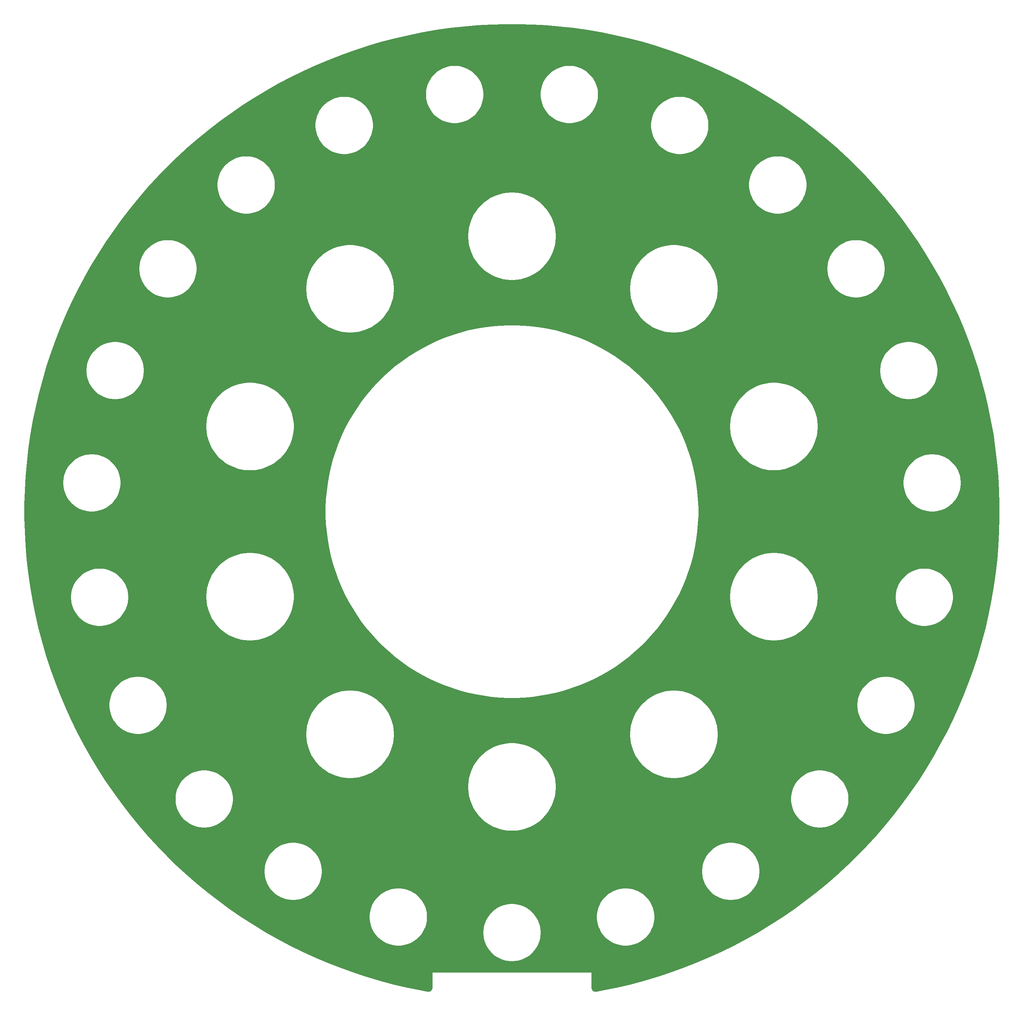
<source format=gtl>
G04*
G04 #@! TF.GenerationSoftware,Altium Limited,Altium Designer,19.0.15 (446)*
G04*
G04 Layer_Physical_Order=1*
G04 Layer_Color=255*
%FSLAX25Y25*%
%MOIN*%
G70*
G01*
G75*
G36*
X489743Y958490D02*
X503518Y958097D01*
X517276Y957311D01*
X531006Y956132D01*
X544697Y954563D01*
X558337Y952603D01*
X571916Y950255D01*
X585423Y947520D01*
X598845Y944401D01*
X612174Y940900D01*
X625397Y937020D01*
X638504Y932765D01*
X651484Y928137D01*
X664327Y923141D01*
X677022Y917780D01*
X689559Y912060D01*
X701928Y905984D01*
X714118Y899557D01*
X726120Y892785D01*
X737923Y885674D01*
X749519Y878228D01*
X760898Y870455D01*
X772050Y862360D01*
X782967Y853950D01*
X793640Y845232D01*
X804059Y836213D01*
X814216Y826901D01*
X824104Y817302D01*
X833714Y807425D01*
X843038Y797278D01*
X852069Y786869D01*
X860799Y776207D01*
X869221Y765300D01*
X877329Y754156D01*
X885115Y742787D01*
X892574Y731199D01*
X899699Y719404D01*
X906484Y707409D01*
X912925Y695227D01*
X919015Y682865D01*
X924750Y670334D01*
X930125Y657646D01*
X935136Y644808D01*
X939778Y631833D01*
X944049Y618731D01*
X947943Y605513D01*
X951459Y592188D01*
X954594Y578769D01*
X957344Y565266D01*
X959707Y551689D01*
X961683Y538051D01*
X963268Y524362D01*
X964462Y510634D01*
X965264Y496876D01*
X965673Y483102D01*
X965689Y469322D01*
X965311Y455546D01*
X964540Y441787D01*
X963378Y428056D01*
X961823Y414363D01*
X959879Y400721D01*
X957547Y387139D01*
X954827Y373630D01*
X951723Y360203D01*
X948238Y346871D01*
X944373Y333644D01*
X940133Y320532D01*
X935520Y307546D01*
X930538Y294698D01*
X925192Y281996D01*
X919486Y269453D01*
X913424Y257078D01*
X907011Y244880D01*
X900253Y232871D01*
X893155Y221059D01*
X885722Y209454D01*
X877962Y198067D01*
X869880Y186905D01*
X861482Y175979D01*
X852777Y165296D01*
X843769Y154867D01*
X834469Y144699D01*
X824881Y134800D01*
X815015Y125179D01*
X804879Y115843D01*
X794480Y106801D01*
X783828Y98058D01*
X772930Y89624D01*
X761796Y81504D01*
X750435Y73704D01*
X738856Y66233D01*
X727069Y59094D01*
X715082Y52295D01*
X702907Y45841D01*
X690552Y39736D01*
X678028Y33987D01*
X665345Y28598D01*
X652514Y23572D01*
X639544Y18915D01*
X626447Y14630D01*
X613233Y10720D01*
X599913Y7189D01*
X586497Y4039D01*
X572997Y1274D01*
X566210Y84D01*
X565785Y10D01*
X564924Y48D01*
X564092Y272D01*
X563328Y670D01*
X562668Y1225D01*
X562144Y1908D01*
X561779Y2690D01*
X561593Y3531D01*
X561593Y3962D01*
Y18983D01*
X404113D01*
Y3962D01*
Y3531D01*
X403926Y2690D01*
X403562Y1908D01*
X403038Y1225D01*
X402378Y670D01*
X401614Y272D01*
X400781Y48D01*
X399966Y12D01*
X399496Y84D01*
X399496Y84D01*
X392709Y1274D01*
X379209Y4039D01*
X365793Y7189D01*
X352473Y10720D01*
X339259Y14630D01*
X326162Y18915D01*
X313192Y23572D01*
X300360Y28598D01*
X287678Y33987D01*
X275154Y39736D01*
X262799Y45841D01*
X250623Y52295D01*
X238637Y59094D01*
X226850Y66233D01*
X215271Y73704D01*
X203910Y81504D01*
X192776Y89624D01*
X181878Y98058D01*
X171226Y106801D01*
X160827Y115843D01*
X150691Y125179D01*
X140825Y134800D01*
X131237Y144699D01*
X121936Y154867D01*
X112929Y165296D01*
X104224Y175979D01*
X95826Y186905D01*
X87744Y198067D01*
X79984Y209454D01*
X72551Y221059D01*
X65453Y232871D01*
X58695Y244880D01*
X52282Y257078D01*
X46220Y269453D01*
X40514Y281996D01*
X35168Y294698D01*
X30186Y307546D01*
X25573Y320532D01*
X21333Y333644D01*
X17468Y346871D01*
X13982Y360203D01*
X10879Y373630D01*
X8159Y387139D01*
X5827Y400721D01*
X3882Y414363D01*
X2328Y428056D01*
X1166Y441787D01*
X395Y455546D01*
X17Y469322D01*
X33Y483102D01*
X442Y496876D01*
X1244Y510634D01*
X2438Y524362D01*
X4023Y538051D01*
X5999Y551689D01*
X8362Y565266D01*
X11112Y578769D01*
X14246Y592188D01*
X17763Y605513D01*
X21657Y618731D01*
X25927Y631833D01*
X30570Y644808D01*
X35581Y657646D01*
X40956Y670334D01*
X46691Y682865D01*
X52781Y695227D01*
X59222Y707409D01*
X66007Y719404D01*
X73132Y731199D01*
X80591Y742787D01*
X88377Y754156D01*
X96485Y765300D01*
X104907Y776207D01*
X113637Y786869D01*
X122668Y797278D01*
X131992Y807425D01*
X141602Y817302D01*
X151489Y826901D01*
X161647Y836213D01*
X172066Y845232D01*
X182739Y853950D01*
X193656Y862360D01*
X204808Y870455D01*
X216187Y878228D01*
X227783Y885674D01*
X239586Y892785D01*
X251588Y899557D01*
X263778Y905984D01*
X276147Y912060D01*
X288684Y917780D01*
X301379Y923141D01*
X314222Y928137D01*
X327202Y932765D01*
X340309Y937020D01*
X353532Y940900D01*
X366860Y944401D01*
X380283Y947520D01*
X393790Y950255D01*
X407369Y952603D01*
X421009Y954563D01*
X434700Y956132D01*
X448430Y957311D01*
X462188Y958097D01*
X475963Y958490D01*
X489743Y958490D01*
D02*
G37*
%LPC*%
G36*
X541033Y917164D02*
X538247D01*
X535476Y916891D01*
X532744Y916347D01*
X530079Y915539D01*
X527506Y914473D01*
X525050Y913160D01*
X522734Y911613D01*
X520581Y909846D01*
X518612Y907877D01*
X516845Y905724D01*
X515298Y903408D01*
X513985Y900952D01*
X512919Y898379D01*
X512111Y895714D01*
X511567Y892982D01*
X511295Y890211D01*
Y887426D01*
X511567Y884654D01*
X512111Y881923D01*
X512919Y879257D01*
X513985Y876684D01*
X515298Y874228D01*
X516845Y871912D01*
X518612Y869760D01*
X520581Y867790D01*
X522734Y866024D01*
X525050Y864476D01*
X527506Y863163D01*
X530079Y862098D01*
X532744Y861289D01*
X535476Y860746D01*
X538247Y860473D01*
X541033D01*
X543804Y860746D01*
X546536Y861289D01*
X549201Y862098D01*
X551774Y863163D01*
X554230Y864476D01*
X556546Y866024D01*
X558699Y867790D01*
X560668Y869760D01*
X562435Y871912D01*
X563982Y874228D01*
X565295Y876684D01*
X566361Y879257D01*
X567169Y881923D01*
X567712Y884654D01*
X567985Y887426D01*
Y890211D01*
X567712Y892982D01*
X567169Y895714D01*
X566361Y898379D01*
X565295Y900952D01*
X563982Y903408D01*
X562435Y905724D01*
X560668Y907877D01*
X558699Y909846D01*
X556546Y911613D01*
X554230Y913160D01*
X551774Y914473D01*
X549201Y915539D01*
X546536Y916347D01*
X543804Y916891D01*
X541033Y917164D01*
D02*
G37*
G36*
X427458D02*
X424673D01*
X421902Y916891D01*
X419170Y916347D01*
X416505Y915539D01*
X413932Y914473D01*
X411476Y913160D01*
X409160Y911613D01*
X407007Y909846D01*
X405038Y907877D01*
X403271Y905724D01*
X401724Y903408D01*
X400411Y900952D01*
X399345Y898379D01*
X398537Y895714D01*
X397994Y892982D01*
X397721Y890211D01*
Y887426D01*
X397994Y884654D01*
X398537Y881923D01*
X399345Y879257D01*
X400411Y876684D01*
X401724Y874228D01*
X403271Y871912D01*
X405038Y869760D01*
X407007Y867790D01*
X409160Y866024D01*
X411476Y864476D01*
X413932Y863163D01*
X416505Y862098D01*
X419170Y861289D01*
X421902Y860746D01*
X424673Y860473D01*
X427458D01*
X430230Y860746D01*
X432962Y861289D01*
X435627Y862098D01*
X438200Y863163D01*
X440656Y864476D01*
X442972Y866024D01*
X445124Y867790D01*
X447094Y869760D01*
X448861Y871912D01*
X450408Y874228D01*
X451721Y876684D01*
X452787Y879257D01*
X453595Y881923D01*
X454138Y884654D01*
X454411Y887426D01*
Y890211D01*
X454138Y892982D01*
X453595Y895714D01*
X452787Y898379D01*
X451721Y900952D01*
X450408Y903408D01*
X448861Y905724D01*
X447094Y907877D01*
X445124Y909846D01*
X442972Y911613D01*
X440656Y913160D01*
X438200Y914473D01*
X435627Y915539D01*
X432962Y916347D01*
X430230Y916891D01*
X427458Y917164D01*
D02*
G37*
G36*
X650395Y886522D02*
X647610D01*
X644838Y886249D01*
X642107Y885705D01*
X639441Y884897D01*
X636868Y883831D01*
X634412Y882518D01*
X632097Y880971D01*
X629944Y879204D01*
X627974Y877235D01*
X626208Y875082D01*
X624660Y872766D01*
X623347Y870310D01*
X622282Y867737D01*
X621473Y865072D01*
X620930Y862340D01*
X620657Y859569D01*
Y856784D01*
X620930Y854012D01*
X621473Y851281D01*
X622282Y848615D01*
X623347Y846043D01*
X624660Y843586D01*
X626208Y841271D01*
X627974Y839118D01*
X629944Y837148D01*
X632097Y835382D01*
X634412Y833834D01*
X636868Y832522D01*
X639441Y831456D01*
X642107Y830647D01*
X644838Y830104D01*
X647610Y829831D01*
X650395D01*
X653166Y830104D01*
X655898Y830647D01*
X658563Y831456D01*
X661136Y832522D01*
X663592Y833834D01*
X665908Y835382D01*
X668061Y837148D01*
X670030Y839118D01*
X671797Y841271D01*
X673344Y843586D01*
X674657Y846043D01*
X675723Y848615D01*
X676531Y851281D01*
X677075Y854012D01*
X677348Y856784D01*
Y859569D01*
X677075Y862340D01*
X676531Y865072D01*
X675723Y867737D01*
X674657Y870310D01*
X673344Y872766D01*
X671797Y875082D01*
X670030Y877235D01*
X668061Y879204D01*
X665908Y880971D01*
X663592Y882518D01*
X661136Y883831D01*
X658563Y884897D01*
X655898Y885705D01*
X653166Y886249D01*
X650395Y886522D01*
D02*
G37*
G36*
X318096D02*
X315311D01*
X312540Y886249D01*
X309808Y885705D01*
X307143Y884897D01*
X304570Y883831D01*
X302114Y882518D01*
X299798Y880971D01*
X297645Y879204D01*
X295676Y877235D01*
X293909Y875082D01*
X292362Y872766D01*
X291049Y870310D01*
X289983Y867737D01*
X289175Y865072D01*
X288631Y862340D01*
X288358Y859569D01*
Y856784D01*
X288631Y854012D01*
X289175Y851281D01*
X289983Y848615D01*
X291049Y846043D01*
X292362Y843586D01*
X293909Y841271D01*
X295676Y839118D01*
X297645Y837148D01*
X299798Y835382D01*
X302114Y833834D01*
X304570Y832522D01*
X307143Y831456D01*
X309808Y830647D01*
X312540Y830104D01*
X315311Y829831D01*
X318096D01*
X320868Y830104D01*
X323599Y830647D01*
X326264Y831456D01*
X328837Y832522D01*
X331294Y833834D01*
X333609Y835382D01*
X335762Y837148D01*
X337732Y839118D01*
X339498Y841271D01*
X341046Y843586D01*
X342358Y846043D01*
X343424Y848615D01*
X344233Y851281D01*
X344776Y854012D01*
X345049Y856784D01*
Y859569D01*
X344776Y862340D01*
X344233Y865072D01*
X343424Y867737D01*
X342358Y870310D01*
X341046Y872766D01*
X339498Y875082D01*
X337732Y877235D01*
X335762Y879204D01*
X333609Y880971D01*
X331294Y882518D01*
X328837Y883831D01*
X326264Y884897D01*
X323599Y885705D01*
X320868Y886249D01*
X318096Y886522D01*
D02*
G37*
G36*
X747435Y827511D02*
X744650D01*
X741878Y827238D01*
X739146Y826694D01*
X736481Y825886D01*
X733908Y824820D01*
X731452Y823507D01*
X729136Y821960D01*
X726983Y820193D01*
X725014Y818224D01*
X723247Y816071D01*
X721700Y813755D01*
X720387Y811299D01*
X719321Y808726D01*
X718513Y806061D01*
X717970Y803329D01*
X717697Y800558D01*
Y797773D01*
X717970Y795001D01*
X718513Y792269D01*
X719321Y789604D01*
X720387Y787031D01*
X721700Y784575D01*
X723247Y782259D01*
X725014Y780106D01*
X726983Y778137D01*
X729136Y776370D01*
X731452Y774823D01*
X733908Y773510D01*
X736481Y772444D01*
X739146Y771636D01*
X741878Y771093D01*
X744650Y770820D01*
X747435D01*
X750206Y771093D01*
X752938Y771636D01*
X755603Y772444D01*
X758176Y773510D01*
X760632Y774823D01*
X762948Y776370D01*
X765101Y778137D01*
X767070Y780106D01*
X768837Y782259D01*
X770384Y784575D01*
X771697Y787031D01*
X772763Y789604D01*
X773571Y792269D01*
X774115Y795001D01*
X774388Y797773D01*
Y800558D01*
X774115Y803329D01*
X773571Y806061D01*
X772763Y808726D01*
X771697Y811299D01*
X770384Y813755D01*
X768837Y816071D01*
X767070Y818224D01*
X765101Y820193D01*
X762948Y821960D01*
X760632Y823507D01*
X758176Y824820D01*
X755603Y825886D01*
X752938Y826694D01*
X750206Y827238D01*
X747435Y827511D01*
D02*
G37*
G36*
X221056D02*
X218271D01*
X215500Y827238D01*
X212768Y826694D01*
X210103Y825886D01*
X207530Y824820D01*
X205074Y823507D01*
X202758Y821960D01*
X200605Y820193D01*
X198636Y818224D01*
X196869Y816071D01*
X195322Y813755D01*
X194009Y811299D01*
X192943Y808726D01*
X192135Y806061D01*
X191591Y803329D01*
X191318Y800558D01*
Y797773D01*
X191591Y795001D01*
X192135Y792269D01*
X192943Y789604D01*
X194009Y787031D01*
X195322Y784575D01*
X196869Y782259D01*
X198636Y780106D01*
X200605Y778137D01*
X202758Y776370D01*
X205074Y774823D01*
X207530Y773510D01*
X210103Y772444D01*
X212768Y771636D01*
X215500Y771093D01*
X218271Y770820D01*
X221056D01*
X223828Y771093D01*
X226559Y771636D01*
X229225Y772444D01*
X231798Y773510D01*
X234254Y774823D01*
X236569Y776370D01*
X238722Y778137D01*
X240692Y780106D01*
X242459Y782259D01*
X244006Y784575D01*
X245319Y787031D01*
X246384Y789604D01*
X247193Y792269D01*
X247736Y795001D01*
X248009Y797773D01*
Y800558D01*
X247736Y803329D01*
X247193Y806061D01*
X246384Y808726D01*
X245319Y811299D01*
X244006Y813755D01*
X242459Y816071D01*
X240692Y818224D01*
X238722Y820193D01*
X236569Y821960D01*
X234254Y823507D01*
X231798Y824820D01*
X229225Y825886D01*
X226559Y826694D01*
X223828Y827238D01*
X221056Y827511D01*
D02*
G37*
G36*
X484556Y791742D02*
X481150D01*
X477755Y791475D01*
X474391Y790942D01*
X471079Y790147D01*
X467840Y789095D01*
X464693Y787791D01*
X461658Y786245D01*
X458754Y784466D01*
X455999Y782464D01*
X453409Y780252D01*
X451001Y777843D01*
X448789Y775253D01*
X446787Y772498D01*
X445007Y769594D01*
X443461Y766559D01*
X442158Y763413D01*
X441105Y760174D01*
X440310Y756862D01*
X439778Y753498D01*
X439510Y750103D01*
Y746697D01*
X439778Y743301D01*
X440310Y739937D01*
X441105Y736626D01*
X442158Y733386D01*
X443461Y730240D01*
X445007Y727205D01*
X446787Y724301D01*
X448789Y721546D01*
X451001Y718956D01*
X453409Y716547D01*
X455999Y714336D01*
X458754Y712334D01*
X461658Y710554D01*
X464693Y709008D01*
X467840Y707704D01*
X471079Y706652D01*
X474391Y705857D01*
X477755Y705324D01*
X481150Y705057D01*
X484556D01*
X487951Y705324D01*
X491315Y705857D01*
X494627Y706652D01*
X497866Y707704D01*
X501013Y709008D01*
X504047Y710554D01*
X506952Y712334D01*
X509707Y714336D01*
X512297Y716547D01*
X514705Y718956D01*
X516917Y721546D01*
X518919Y724301D01*
X520698Y727205D01*
X522245Y730240D01*
X523548Y733386D01*
X524601Y736626D01*
X525396Y739937D01*
X525928Y743301D01*
X526196Y746697D01*
Y750103D01*
X525928Y753498D01*
X525396Y756862D01*
X524601Y760174D01*
X523548Y763413D01*
X522245Y766559D01*
X520698Y769594D01*
X518919Y772498D01*
X516917Y775253D01*
X514705Y777843D01*
X512297Y780252D01*
X509707Y782464D01*
X506952Y784466D01*
X504047Y786245D01*
X501013Y787791D01*
X497866Y789095D01*
X494627Y790147D01*
X491315Y790942D01*
X487951Y791475D01*
X484556Y791742D01*
D02*
G37*
G36*
X824955Y744507D02*
X822170D01*
X819398Y744234D01*
X816667Y743690D01*
X814002Y742882D01*
X811429Y741816D01*
X808972Y740503D01*
X806657Y738956D01*
X804504Y737189D01*
X802534Y735220D01*
X800768Y733067D01*
X799220Y730751D01*
X797907Y728295D01*
X796842Y725722D01*
X796033Y723057D01*
X795490Y720325D01*
X795217Y717554D01*
Y714769D01*
X795490Y711997D01*
X796033Y709266D01*
X796842Y706600D01*
X797907Y704027D01*
X799220Y701571D01*
X800768Y699255D01*
X802534Y697103D01*
X804504Y695133D01*
X806657Y693366D01*
X808972Y691819D01*
X811429Y690506D01*
X814002Y689440D01*
X816667Y688632D01*
X819398Y688089D01*
X822170Y687816D01*
X824955D01*
X827726Y688089D01*
X830458Y688632D01*
X833123Y689440D01*
X835696Y690506D01*
X838152Y691819D01*
X840468Y693366D01*
X842621Y695133D01*
X844590Y697103D01*
X846357Y699255D01*
X847904Y701571D01*
X849217Y704027D01*
X850283Y706600D01*
X851091Y709266D01*
X851635Y711997D01*
X851908Y714769D01*
Y717554D01*
X851635Y720325D01*
X851091Y723057D01*
X850283Y725722D01*
X849217Y728295D01*
X847904Y730751D01*
X846357Y733067D01*
X844590Y735220D01*
X842621Y737189D01*
X840468Y738956D01*
X838152Y740503D01*
X835696Y741816D01*
X833123Y742882D01*
X830458Y743690D01*
X827726Y744234D01*
X824955Y744507D01*
D02*
G37*
G36*
X143536D02*
X140751D01*
X137979Y744234D01*
X135248Y743690D01*
X132583Y742882D01*
X130010Y741816D01*
X127553Y740503D01*
X125238Y738956D01*
X123085Y737189D01*
X121116Y735220D01*
X119349Y733067D01*
X117802Y730751D01*
X116489Y728295D01*
X115423Y725722D01*
X114614Y723057D01*
X114071Y720325D01*
X113798Y717554D01*
Y714769D01*
X114071Y711997D01*
X114614Y709266D01*
X115423Y706600D01*
X116489Y704027D01*
X117802Y701571D01*
X119349Y699255D01*
X121116Y697103D01*
X123085Y695133D01*
X125238Y693366D01*
X127553Y691819D01*
X130010Y690506D01*
X132583Y689440D01*
X135248Y688632D01*
X137979Y688089D01*
X140751Y687816D01*
X143536D01*
X146308Y688089D01*
X149039Y688632D01*
X151704Y689440D01*
X154277Y690506D01*
X156734Y691819D01*
X159049Y693366D01*
X161202Y695133D01*
X163171Y697103D01*
X164938Y699255D01*
X166486Y701571D01*
X167798Y704027D01*
X168864Y706600D01*
X169673Y709266D01*
X170216Y711997D01*
X170489Y714769D01*
Y717554D01*
X170216Y720325D01*
X169673Y723057D01*
X168864Y725722D01*
X167798Y728295D01*
X166486Y730751D01*
X164938Y733067D01*
X163171Y735220D01*
X161202Y737189D01*
X159049Y738956D01*
X156734Y740503D01*
X154277Y741816D01*
X151704Y742882D01*
X149039Y743690D01*
X146308Y744234D01*
X143536Y744507D01*
D02*
G37*
G36*
X644867Y739654D02*
X641461D01*
X638066Y739387D01*
X634702Y738854D01*
X631390Y738059D01*
X628151Y737007D01*
X625004Y735703D01*
X621970Y734157D01*
X619066Y732377D01*
X616310Y730375D01*
X613720Y728163D01*
X611312Y725755D01*
X609100Y723165D01*
X607098Y720410D01*
X605318Y717506D01*
X603772Y714471D01*
X602469Y711325D01*
X601416Y708085D01*
X600621Y704774D01*
X600089Y701410D01*
X599821Y698014D01*
Y694608D01*
X600089Y691213D01*
X600621Y687849D01*
X601416Y684537D01*
X602469Y681298D01*
X603772Y678152D01*
X605318Y675117D01*
X607098Y672213D01*
X609100Y669457D01*
X611312Y666868D01*
X613720Y664459D01*
X616310Y662247D01*
X619066Y660245D01*
X621970Y658466D01*
X625004Y656920D01*
X628151Y655616D01*
X631390Y654564D01*
X634702Y653769D01*
X638066Y653236D01*
X641461Y652969D01*
X644867D01*
X648262Y653236D01*
X651626Y653769D01*
X654938Y654564D01*
X658177Y655616D01*
X661324Y656920D01*
X664359Y658466D01*
X667263Y660245D01*
X670018Y662247D01*
X672608Y664459D01*
X675016Y666868D01*
X677228Y669457D01*
X679230Y672213D01*
X681009Y675117D01*
X682556Y678152D01*
X683859Y681298D01*
X684912Y684537D01*
X685707Y687849D01*
X686239Y691213D01*
X686507Y694608D01*
Y698014D01*
X686239Y701410D01*
X685707Y704774D01*
X684912Y708085D01*
X683859Y711325D01*
X682556Y714471D01*
X681009Y717506D01*
X679230Y720410D01*
X677228Y723165D01*
X675016Y725755D01*
X672608Y728163D01*
X670018Y730375D01*
X667263Y732377D01*
X664359Y734157D01*
X661324Y735703D01*
X658177Y737007D01*
X654938Y738059D01*
X651626Y738854D01*
X648262Y739387D01*
X644867Y739654D01*
D02*
G37*
G36*
X324245D02*
X320839D01*
X317444Y739387D01*
X314080Y738854D01*
X310768Y738059D01*
X307529Y737007D01*
X304382Y735703D01*
X301347Y734157D01*
X298443Y732377D01*
X295688Y730375D01*
X293098Y728163D01*
X290690Y725755D01*
X288478Y723165D01*
X286476Y720410D01*
X284696Y717506D01*
X283150Y714471D01*
X281847Y711325D01*
X280794Y708085D01*
X279999Y704774D01*
X279466Y701410D01*
X279199Y698014D01*
Y694608D01*
X279466Y691213D01*
X279999Y687849D01*
X280794Y684537D01*
X281847Y681298D01*
X283150Y678152D01*
X284696Y675117D01*
X286476Y672213D01*
X288478Y669457D01*
X290690Y666868D01*
X293098Y664459D01*
X295688Y662247D01*
X298443Y660245D01*
X301347Y658466D01*
X304382Y656920D01*
X307529Y655616D01*
X310768Y654564D01*
X314080Y653769D01*
X317444Y653236D01*
X320839Y652969D01*
X324245D01*
X327640Y653236D01*
X331004Y653769D01*
X334316Y654564D01*
X337555Y655616D01*
X340702Y656920D01*
X343736Y658466D01*
X346640Y660245D01*
X349396Y662247D01*
X351986Y664459D01*
X354394Y666868D01*
X356606Y669457D01*
X358608Y672213D01*
X360387Y675117D01*
X361934Y678152D01*
X363237Y681298D01*
X364289Y684537D01*
X365085Y687849D01*
X365617Y691213D01*
X365885Y694608D01*
Y698014D01*
X365617Y701410D01*
X365085Y704774D01*
X364289Y708085D01*
X363237Y711325D01*
X361934Y714471D01*
X360387Y717506D01*
X358608Y720410D01*
X356606Y723165D01*
X354394Y725755D01*
X351986Y728163D01*
X349396Y730375D01*
X346640Y732377D01*
X343736Y734157D01*
X340702Y735703D01*
X337555Y737007D01*
X334316Y738059D01*
X331004Y738854D01*
X327640Y739387D01*
X324245Y739654D01*
D02*
G37*
G36*
X877206Y643666D02*
X874421D01*
X871650Y643393D01*
X868918Y642850D01*
X866253Y642041D01*
X863680Y640975D01*
X861224Y639663D01*
X858908Y638115D01*
X856755Y636348D01*
X854786Y634379D01*
X853019Y632226D01*
X851472Y629911D01*
X850159Y627454D01*
X849093Y624881D01*
X848285Y622216D01*
X847741Y619485D01*
X847468Y616713D01*
Y613928D01*
X847741Y611156D01*
X848285Y608425D01*
X849093Y605760D01*
X850159Y603187D01*
X851472Y600731D01*
X853019Y598415D01*
X854786Y596262D01*
X856755Y594293D01*
X858908Y592526D01*
X861224Y590978D01*
X863680Y589666D01*
X866253Y588600D01*
X868918Y587791D01*
X871650Y587248D01*
X874421Y586975D01*
X877206D01*
X879978Y587248D01*
X882709Y587791D01*
X885375Y588600D01*
X887948Y589666D01*
X890404Y590978D01*
X892719Y592526D01*
X894872Y594293D01*
X896842Y596262D01*
X898608Y598415D01*
X900156Y600731D01*
X901469Y603187D01*
X902534Y605760D01*
X903343Y608425D01*
X903886Y611156D01*
X904159Y613928D01*
Y616713D01*
X903886Y619485D01*
X903343Y622216D01*
X902534Y624881D01*
X901469Y627454D01*
X900156Y629911D01*
X898608Y632226D01*
X896842Y634379D01*
X894872Y636348D01*
X892719Y638115D01*
X890404Y639663D01*
X887948Y640975D01*
X885375Y642041D01*
X882709Y642850D01*
X879978Y643393D01*
X877206Y643666D01*
D02*
G37*
G36*
X91285D02*
X88500D01*
X85728Y643393D01*
X82996Y642850D01*
X80331Y642041D01*
X77758Y640975D01*
X75302Y639663D01*
X72986Y638115D01*
X70834Y636348D01*
X68864Y634379D01*
X67097Y632226D01*
X65550Y629911D01*
X64237Y627454D01*
X63171Y624881D01*
X62363Y622216D01*
X61820Y619485D01*
X61547Y616713D01*
Y613928D01*
X61820Y611156D01*
X62363Y608425D01*
X63171Y605760D01*
X64237Y603187D01*
X65550Y600731D01*
X67097Y598415D01*
X68864Y596262D01*
X70834Y594293D01*
X72986Y592526D01*
X75302Y590978D01*
X77758Y589666D01*
X80331Y588600D01*
X82996Y587791D01*
X85728Y587248D01*
X88500Y586975D01*
X91285D01*
X94056Y587248D01*
X96788Y587791D01*
X99453Y588600D01*
X102026Y589666D01*
X104482Y590978D01*
X106798Y592526D01*
X108951Y594293D01*
X110920Y596262D01*
X112687Y598415D01*
X114234Y600731D01*
X115547Y603187D01*
X116613Y605760D01*
X117421Y608425D01*
X117965Y611156D01*
X118237Y613928D01*
Y616713D01*
X117965Y619485D01*
X117421Y622216D01*
X116613Y624881D01*
X115547Y627454D01*
X114234Y629911D01*
X112687Y632226D01*
X110920Y634379D01*
X108951Y636348D01*
X106798Y638115D01*
X104482Y639663D01*
X102026Y640975D01*
X99453Y642041D01*
X96788Y642850D01*
X94056Y643393D01*
X91285Y643666D01*
D02*
G37*
G36*
X743945Y603285D02*
X740539D01*
X737143Y603018D01*
X733779Y602485D01*
X730468Y601690D01*
X727228Y600638D01*
X724082Y599334D01*
X721047Y597788D01*
X718143Y596009D01*
X715388Y594007D01*
X712798Y591795D01*
X710390Y589386D01*
X708178Y586797D01*
X706176Y584041D01*
X704396Y581137D01*
X702850Y578102D01*
X701546Y574956D01*
X700494Y571717D01*
X699699Y568405D01*
X699166Y565041D01*
X698899Y561646D01*
Y558240D01*
X699166Y554844D01*
X699699Y551480D01*
X700494Y548169D01*
X701546Y544929D01*
X702850Y541783D01*
X704396Y538748D01*
X706176Y535844D01*
X708178Y533089D01*
X710390Y530499D01*
X712798Y528091D01*
X715388Y525879D01*
X718143Y523877D01*
X721047Y522097D01*
X724082Y520551D01*
X727228Y519247D01*
X730468Y518195D01*
X733779Y517400D01*
X737143Y516867D01*
X740539Y516600D01*
X743945D01*
X747340Y516867D01*
X750704Y517400D01*
X754016Y518195D01*
X757255Y519247D01*
X760401Y520551D01*
X763436Y522097D01*
X766340Y523877D01*
X769096Y525879D01*
X771685Y528091D01*
X774094Y530499D01*
X776306Y533089D01*
X778308Y535844D01*
X780087Y538748D01*
X781633Y541783D01*
X782937Y544929D01*
X783989Y548169D01*
X784784Y551480D01*
X785317Y554844D01*
X785584Y558240D01*
Y561646D01*
X785317Y565041D01*
X784784Y568405D01*
X783989Y571717D01*
X782937Y574956D01*
X781633Y578102D01*
X780087Y581137D01*
X778308Y584041D01*
X776306Y586797D01*
X774094Y589386D01*
X771685Y591795D01*
X769096Y594007D01*
X766340Y596009D01*
X763436Y597788D01*
X760401Y599334D01*
X757255Y600638D01*
X754016Y601690D01*
X750704Y602485D01*
X747340Y603018D01*
X743945Y603285D01*
D02*
G37*
G36*
X225167D02*
X221761D01*
X218366Y603018D01*
X215002Y602485D01*
X211690Y601690D01*
X208451Y600638D01*
X205304Y599334D01*
X202270Y597788D01*
X199366Y596009D01*
X196610Y594007D01*
X194020Y591795D01*
X191612Y589386D01*
X189400Y586797D01*
X187398Y584041D01*
X185619Y581137D01*
X184072Y578102D01*
X182769Y574956D01*
X181717Y571717D01*
X180922Y568405D01*
X180389Y565041D01*
X180122Y561646D01*
Y558240D01*
X180389Y554844D01*
X180922Y551480D01*
X181717Y548169D01*
X182769Y544929D01*
X184072Y541783D01*
X185619Y538748D01*
X187398Y535844D01*
X189400Y533089D01*
X191612Y530499D01*
X194020Y528091D01*
X196610Y525879D01*
X199366Y523877D01*
X202270Y522097D01*
X205304Y520551D01*
X208451Y519247D01*
X211690Y518195D01*
X215002Y517400D01*
X218366Y516867D01*
X221761Y516600D01*
X225167D01*
X228563Y516867D01*
X231926Y517400D01*
X235238Y518195D01*
X238477Y519247D01*
X241624Y520551D01*
X244659Y522097D01*
X247563Y523877D01*
X250318Y525879D01*
X252908Y528091D01*
X255316Y530499D01*
X257528Y533089D01*
X259530Y535844D01*
X261310Y538748D01*
X262856Y541783D01*
X264159Y544929D01*
X265212Y548169D01*
X266007Y551480D01*
X266540Y554844D01*
X266807Y558240D01*
Y561646D01*
X266540Y565041D01*
X266007Y568405D01*
X265212Y571717D01*
X264159Y574956D01*
X262856Y578102D01*
X261310Y581137D01*
X259530Y584041D01*
X257528Y586797D01*
X255316Y589386D01*
X252908Y591795D01*
X250318Y594007D01*
X247563Y596009D01*
X244659Y597788D01*
X241624Y599334D01*
X238477Y600638D01*
X235238Y601690D01*
X231926Y602485D01*
X228563Y603018D01*
X225167Y603285D01*
D02*
G37*
G36*
X900314Y532467D02*
X897529D01*
X894757Y532194D01*
X892025Y531651D01*
X889360Y530843D01*
X886787Y529777D01*
X884331Y528464D01*
X882015Y526917D01*
X879862Y525150D01*
X877893Y523181D01*
X876126Y521028D01*
X874579Y518712D01*
X873266Y516256D01*
X872200Y513683D01*
X871392Y511018D01*
X870849Y508286D01*
X870576Y505514D01*
Y502730D01*
X870849Y499958D01*
X871392Y497226D01*
X872200Y494561D01*
X873266Y491988D01*
X874579Y489532D01*
X876126Y487216D01*
X877893Y485064D01*
X879862Y483094D01*
X882015Y481327D01*
X884331Y479780D01*
X886787Y478467D01*
X889360Y477401D01*
X892025Y476593D01*
X894757Y476050D01*
X897529Y475777D01*
X900314D01*
X903085Y476050D01*
X905817Y476593D01*
X908482Y477401D01*
X911055Y478467D01*
X913511Y479780D01*
X915827Y481327D01*
X917980Y483094D01*
X919949Y485064D01*
X921716Y487216D01*
X923263Y489532D01*
X924576Y491988D01*
X925642Y494561D01*
X926450Y497226D01*
X926993Y499958D01*
X927267Y502730D01*
Y505514D01*
X926993Y508286D01*
X926450Y511018D01*
X925642Y513683D01*
X924576Y516256D01*
X923263Y518712D01*
X921716Y521028D01*
X919949Y523181D01*
X917980Y525150D01*
X915827Y526917D01*
X913511Y528464D01*
X911055Y529777D01*
X908482Y530843D01*
X905817Y531651D01*
X903085Y532194D01*
X900314Y532467D01*
D02*
G37*
G36*
X68177D02*
X65392D01*
X62621Y532194D01*
X59889Y531651D01*
X57224Y530843D01*
X54651Y529777D01*
X52195Y528464D01*
X49879Y526917D01*
X47726Y525150D01*
X45757Y523181D01*
X43990Y521028D01*
X42443Y518712D01*
X41130Y516256D01*
X40064Y513683D01*
X39256Y511018D01*
X38712Y508286D01*
X38439Y505514D01*
Y502730D01*
X38712Y499958D01*
X39256Y497226D01*
X40064Y494561D01*
X41130Y491988D01*
X42443Y489532D01*
X43990Y487216D01*
X45757Y485064D01*
X47726Y483094D01*
X49879Y481327D01*
X52195Y479780D01*
X54651Y478467D01*
X57224Y477401D01*
X59889Y476593D01*
X62621Y476050D01*
X65392Y475777D01*
X68177D01*
X70949Y476050D01*
X73681Y476593D01*
X76346Y477401D01*
X78919Y478467D01*
X81375Y479780D01*
X83691Y481327D01*
X85843Y483094D01*
X87813Y485064D01*
X89579Y487216D01*
X91127Y489532D01*
X92440Y491988D01*
X93505Y494561D01*
X94314Y497226D01*
X94857Y499958D01*
X95130Y502730D01*
Y505514D01*
X94857Y508286D01*
X94314Y511018D01*
X93505Y513683D01*
X92440Y516256D01*
X91127Y518712D01*
X89579Y521028D01*
X87813Y523181D01*
X85843Y525150D01*
X83691Y526917D01*
X81375Y528464D01*
X78919Y529777D01*
X76346Y530843D01*
X73681Y531651D01*
X70949Y532194D01*
X68177Y532467D01*
D02*
G37*
G36*
X892563Y419158D02*
X889778D01*
X887006Y418885D01*
X884275Y418342D01*
X881610Y417533D01*
X879037Y416468D01*
X876581Y415155D01*
X874265Y413608D01*
X872112Y411841D01*
X870143Y409871D01*
X868376Y407719D01*
X866829Y405403D01*
X865516Y402947D01*
X864450Y400374D01*
X863641Y397709D01*
X863098Y394977D01*
X862825Y392205D01*
Y389420D01*
X863098Y386649D01*
X863641Y383917D01*
X864450Y381252D01*
X865516Y378679D01*
X866829Y376223D01*
X868376Y373907D01*
X870143Y371754D01*
X872112Y369785D01*
X874265Y368018D01*
X876581Y366471D01*
X879037Y365158D01*
X881610Y364092D01*
X884275Y363284D01*
X887006Y362740D01*
X889778Y362467D01*
X892563D01*
X895335Y362740D01*
X898066Y363284D01*
X900731Y364092D01*
X903304Y365158D01*
X905760Y366471D01*
X908076Y368018D01*
X910229Y369785D01*
X912198Y371754D01*
X913965Y373907D01*
X915512Y376223D01*
X916825Y378679D01*
X917891Y381252D01*
X918700Y383917D01*
X919243Y386649D01*
X919516Y389420D01*
Y392205D01*
X919243Y394977D01*
X918700Y397709D01*
X917891Y400374D01*
X916825Y402947D01*
X915512Y405403D01*
X913965Y407719D01*
X912198Y409871D01*
X910229Y411841D01*
X908076Y413608D01*
X905760Y415155D01*
X903304Y416468D01*
X900731Y417533D01*
X898066Y418342D01*
X895335Y418885D01*
X892563Y419158D01*
D02*
G37*
G36*
X75928D02*
X73143D01*
X70371Y418885D01*
X67640Y418342D01*
X64975Y417533D01*
X62401Y416468D01*
X59945Y415155D01*
X57630Y413608D01*
X55477Y411841D01*
X53508Y409871D01*
X51741Y407719D01*
X50193Y405403D01*
X48880Y402947D01*
X47815Y400374D01*
X47006Y397709D01*
X46463Y394977D01*
X46190Y392205D01*
Y389420D01*
X46463Y386649D01*
X47006Y383917D01*
X47815Y381252D01*
X48880Y378679D01*
X50193Y376223D01*
X51741Y373907D01*
X53508Y371754D01*
X55477Y369785D01*
X57630Y368018D01*
X59945Y366471D01*
X62401Y365158D01*
X64975Y364092D01*
X67640Y363284D01*
X70371Y362740D01*
X73143Y362467D01*
X75928D01*
X78699Y362740D01*
X81431Y363284D01*
X84096Y364092D01*
X86669Y365158D01*
X89125Y366471D01*
X91441Y368018D01*
X93594Y369785D01*
X95563Y371754D01*
X97330Y373907D01*
X98877Y376223D01*
X100190Y378679D01*
X101256Y381252D01*
X102065Y383917D01*
X102608Y386649D01*
X102881Y389420D01*
Y392205D01*
X102608Y394977D01*
X102065Y397709D01*
X101256Y400374D01*
X100190Y402947D01*
X98877Y405403D01*
X97330Y407719D01*
X95563Y409871D01*
X93594Y411841D01*
X91441Y413608D01*
X89125Y415155D01*
X86669Y416468D01*
X84096Y417533D01*
X81431Y418342D01*
X78699Y418885D01*
X75928Y419158D01*
D02*
G37*
G36*
X743945Y434724D02*
X740539D01*
X737143Y434457D01*
X733779Y433924D01*
X730468Y433129D01*
X727228Y432077D01*
X724082Y430773D01*
X721047Y429227D01*
X718143Y427448D01*
X715388Y425446D01*
X712798Y423234D01*
X710390Y420825D01*
X708178Y418236D01*
X706176Y415480D01*
X704396Y412576D01*
X702850Y409542D01*
X701546Y406395D01*
X700494Y403156D01*
X699699Y399844D01*
X699166Y396480D01*
X698899Y393085D01*
Y389679D01*
X699166Y386283D01*
X699699Y382919D01*
X700494Y379608D01*
X701546Y376368D01*
X702850Y373222D01*
X704396Y370187D01*
X706176Y367283D01*
X708178Y364528D01*
X710390Y361938D01*
X712798Y359530D01*
X715388Y357318D01*
X718143Y355316D01*
X721047Y353536D01*
X724082Y351990D01*
X727228Y350687D01*
X730468Y349634D01*
X733779Y348839D01*
X737143Y348306D01*
X740539Y348039D01*
X743945D01*
X747340Y348306D01*
X750704Y348839D01*
X754016Y349634D01*
X757255Y350687D01*
X760401Y351990D01*
X763436Y353536D01*
X766340Y355316D01*
X769096Y357318D01*
X771685Y359530D01*
X774094Y361938D01*
X776306Y364528D01*
X778308Y367283D01*
X780087Y370187D01*
X781633Y373222D01*
X782937Y376368D01*
X783989Y379608D01*
X784784Y382919D01*
X785317Y386283D01*
X785584Y389679D01*
Y393085D01*
X785317Y396480D01*
X784784Y399844D01*
X783989Y403156D01*
X782937Y406395D01*
X781633Y409542D01*
X780087Y412576D01*
X778308Y415480D01*
X776306Y418236D01*
X774094Y420825D01*
X771685Y423234D01*
X769096Y425446D01*
X766340Y427448D01*
X763436Y429227D01*
X760401Y430773D01*
X757255Y432077D01*
X754016Y433129D01*
X750704Y433924D01*
X747340Y434457D01*
X743945Y434724D01*
D02*
G37*
G36*
X225167D02*
X221761D01*
X218366Y434457D01*
X215002Y433924D01*
X211690Y433129D01*
X208451Y432077D01*
X205304Y430773D01*
X202270Y429227D01*
X199366Y427448D01*
X196610Y425446D01*
X194020Y423234D01*
X191612Y420825D01*
X189400Y418236D01*
X187398Y415480D01*
X185619Y412576D01*
X184072Y409542D01*
X182769Y406395D01*
X181717Y403156D01*
X180922Y399844D01*
X180389Y396480D01*
X180122Y393085D01*
Y389679D01*
X180389Y386283D01*
X180922Y382919D01*
X181717Y379608D01*
X182769Y376368D01*
X184072Y373222D01*
X185619Y370187D01*
X187398Y367283D01*
X189400Y364528D01*
X191612Y361938D01*
X194020Y359530D01*
X196610Y357318D01*
X199366Y355316D01*
X202270Y353536D01*
X205304Y351990D01*
X208451Y350687D01*
X211690Y349634D01*
X215002Y348839D01*
X218366Y348306D01*
X221761Y348039D01*
X225167D01*
X228563Y348306D01*
X231926Y348839D01*
X235238Y349634D01*
X238477Y350687D01*
X241624Y351990D01*
X244659Y353536D01*
X247563Y355316D01*
X250318Y357318D01*
X252908Y359530D01*
X255316Y361938D01*
X257528Y364528D01*
X259530Y367283D01*
X261310Y370187D01*
X262856Y373222D01*
X264159Y376368D01*
X265212Y379608D01*
X266007Y382919D01*
X266540Y386283D01*
X266807Y389679D01*
Y393085D01*
X266540Y396480D01*
X266007Y399844D01*
X265212Y403156D01*
X264159Y406395D01*
X262856Y409542D01*
X261310Y412576D01*
X259530Y415480D01*
X257528Y418236D01*
X255316Y420825D01*
X252908Y423234D01*
X250318Y425446D01*
X247563Y427448D01*
X244659Y429227D01*
X241624Y430773D01*
X238477Y432077D01*
X235238Y433129D01*
X231926Y433924D01*
X228563Y434457D01*
X225167Y434724D01*
D02*
G37*
G36*
X486879Y660186D02*
X478827D01*
X470782Y659834D01*
X462760Y659133D01*
X454776Y658082D01*
X446846Y656683D01*
X438984Y654940D01*
X431206Y652856D01*
X423526Y650435D01*
X415959Y647681D01*
X408519Y644599D01*
X401221Y641196D01*
X394078Y637477D01*
X387104Y633451D01*
X380313Y629124D01*
X373716Y624506D01*
X367328Y619603D01*
X361159Y614427D01*
X355222Y608987D01*
X349528Y603293D01*
X344088Y597356D01*
X338912Y591187D01*
X334010Y584799D01*
X329391Y578202D01*
X325064Y571411D01*
X321038Y564437D01*
X317319Y557294D01*
X313916Y549996D01*
X310835Y542556D01*
X308081Y534989D01*
X305659Y527310D01*
X303575Y519531D01*
X301832Y511669D01*
X300434Y503739D01*
X299382Y495755D01*
X298681Y487734D01*
X298329Y479689D01*
Y475662D01*
Y471636D01*
X298681Y463591D01*
X299382Y455569D01*
X300434Y447585D01*
X301832Y439655D01*
X303575Y431793D01*
X305659Y424015D01*
X308081Y416335D01*
X310835Y408768D01*
X313916Y401328D01*
X317319Y394030D01*
X321038Y386887D01*
X325064Y379913D01*
X329391Y373122D01*
X334010Y366526D01*
X338912Y360137D01*
X344088Y353968D01*
X349528Y348031D01*
X355222Y342337D01*
X361159Y336897D01*
X367328Y331721D01*
X373716Y326819D01*
X380313Y322200D01*
X387104Y317873D01*
X394078Y313847D01*
X401221Y310129D01*
X408519Y306726D01*
X415959Y303644D01*
X423526Y300890D01*
X431206Y298468D01*
X438984Y296384D01*
X446846Y294641D01*
X454776Y293243D01*
X462760Y292192D01*
X470782Y291490D01*
X478827Y291139D01*
X486879D01*
X494924Y291490D01*
X502946Y292192D01*
X510930Y293243D01*
X518860Y294641D01*
X526722Y296384D01*
X534500Y298468D01*
X542180Y300890D01*
X549747Y303644D01*
X557187Y306726D01*
X564485Y310129D01*
X571628Y313847D01*
X578602Y317873D01*
X585393Y322200D01*
X591990Y326819D01*
X598378Y331721D01*
X604547Y336897D01*
X610484Y342337D01*
X616178Y348031D01*
X621618Y353968D01*
X626794Y360137D01*
X631696Y366526D01*
X636315Y373122D01*
X640642Y379913D01*
X644668Y386887D01*
X648386Y394030D01*
X651790Y401328D01*
X654871Y408768D01*
X657625Y416335D01*
X660047Y424015D01*
X662131Y431793D01*
X663874Y439655D01*
X665272Y447585D01*
X666323Y455569D01*
X667025Y463591D01*
X667377Y471636D01*
Y475662D01*
Y479689D01*
X667025Y487734D01*
X666323Y495755D01*
X665272Y503739D01*
X663874Y511669D01*
X662131Y519531D01*
X660047Y527310D01*
X657625Y534989D01*
X654871Y542556D01*
X651790Y549996D01*
X648386Y557294D01*
X644668Y564437D01*
X640642Y571411D01*
X636315Y578202D01*
X631696Y584799D01*
X626794Y591187D01*
X621618Y597356D01*
X616178Y603293D01*
X610484Y608987D01*
X604547Y614427D01*
X598378Y619603D01*
X591990Y624506D01*
X585393Y629124D01*
X578602Y633451D01*
X571628Y637477D01*
X564485Y641196D01*
X557187Y644599D01*
X549747Y647681D01*
X542180Y650435D01*
X534500Y652856D01*
X526722Y654940D01*
X518860Y656683D01*
X510930Y658082D01*
X502946Y659133D01*
X494924Y659834D01*
X486879Y660186D01*
D02*
G37*
G36*
X854529Y312142D02*
X851744D01*
X848973Y311869D01*
X846241Y311326D01*
X843576Y310517D01*
X841003Y309451D01*
X838547Y308138D01*
X836231Y306591D01*
X834078Y304824D01*
X832109Y302855D01*
X830342Y300702D01*
X828795Y298387D01*
X827482Y295930D01*
X826416Y293357D01*
X825608Y290692D01*
X825064Y287961D01*
X824792Y285189D01*
Y282404D01*
X825064Y279632D01*
X825608Y276901D01*
X826416Y274236D01*
X827482Y271663D01*
X828795Y269207D01*
X830342Y266891D01*
X832109Y264738D01*
X834078Y262769D01*
X836231Y261002D01*
X838547Y259454D01*
X841003Y258142D01*
X843576Y257076D01*
X846241Y256267D01*
X848973Y255724D01*
X851744Y255451D01*
X854529D01*
X857301Y255724D01*
X860033Y256267D01*
X862698Y257076D01*
X865271Y258142D01*
X867727Y259454D01*
X870043Y261002D01*
X872196Y262769D01*
X874165Y264738D01*
X875932Y266891D01*
X877479Y269207D01*
X878792Y271663D01*
X879858Y274236D01*
X880666Y276901D01*
X881209Y279632D01*
X881482Y282404D01*
Y285189D01*
X881209Y287961D01*
X880666Y290692D01*
X879858Y293357D01*
X878792Y295930D01*
X877479Y298387D01*
X875932Y300702D01*
X874165Y302855D01*
X872196Y304824D01*
X870043Y306591D01*
X867727Y308138D01*
X865271Y309451D01*
X862698Y310517D01*
X860033Y311326D01*
X857301Y311869D01*
X854529Y312142D01*
D02*
G37*
G36*
X113962D02*
X111177D01*
X108405Y311869D01*
X105673Y311326D01*
X103008Y310517D01*
X100435Y309451D01*
X97979Y308138D01*
X95663Y306591D01*
X93510Y304824D01*
X91541Y302855D01*
X89774Y300702D01*
X88227Y298387D01*
X86914Y295930D01*
X85848Y293357D01*
X85040Y290692D01*
X84497Y287961D01*
X84224Y285189D01*
Y282404D01*
X84497Y279632D01*
X85040Y276901D01*
X85848Y274236D01*
X86914Y271663D01*
X88227Y269207D01*
X89774Y266891D01*
X91541Y264738D01*
X93510Y262769D01*
X95663Y261002D01*
X97979Y259454D01*
X100435Y258142D01*
X103008Y257076D01*
X105673Y256267D01*
X108405Y255724D01*
X111177Y255451D01*
X113962D01*
X116733Y255724D01*
X119465Y256267D01*
X122130Y257076D01*
X124703Y258142D01*
X127159Y259454D01*
X129475Y261002D01*
X131628Y262769D01*
X133597Y264738D01*
X135364Y266891D01*
X136911Y269207D01*
X138224Y271663D01*
X139290Y274236D01*
X140098Y276901D01*
X140641Y279632D01*
X140914Y282404D01*
Y285189D01*
X140641Y287961D01*
X140098Y290692D01*
X139290Y293357D01*
X138224Y295930D01*
X136911Y298387D01*
X135364Y300702D01*
X133597Y302855D01*
X131628Y304824D01*
X129475Y306591D01*
X127159Y308138D01*
X124703Y309451D01*
X122130Y310517D01*
X119465Y311326D01*
X116733Y311869D01*
X113962Y312142D01*
D02*
G37*
G36*
X644867Y298356D02*
X641461D01*
X638066Y298089D01*
X634702Y297556D01*
X631390Y296761D01*
X628151Y295708D01*
X625004Y294405D01*
X621970Y292859D01*
X619066Y291079D01*
X616310Y289077D01*
X613720Y286865D01*
X611312Y284457D01*
X609100Y281867D01*
X607098Y279112D01*
X605318Y276207D01*
X603772Y273173D01*
X602469Y270026D01*
X601416Y266787D01*
X600621Y263475D01*
X600089Y260111D01*
X599821Y256716D01*
Y253310D01*
X600089Y249915D01*
X600621Y246551D01*
X601416Y243239D01*
X602469Y240000D01*
X603772Y236853D01*
X605318Y233819D01*
X607098Y230914D01*
X609100Y228159D01*
X611312Y225569D01*
X613720Y223161D01*
X616310Y220949D01*
X619066Y218947D01*
X621970Y217167D01*
X625004Y215621D01*
X628151Y214318D01*
X631390Y213265D01*
X634702Y212470D01*
X638066Y211937D01*
X641461Y211670D01*
X644867D01*
X648262Y211937D01*
X651626Y212470D01*
X654938Y213265D01*
X658177Y214318D01*
X661324Y215621D01*
X664359Y217167D01*
X667263Y218947D01*
X670018Y220949D01*
X672608Y223161D01*
X675016Y225569D01*
X677228Y228159D01*
X679230Y230914D01*
X681009Y233819D01*
X682556Y236853D01*
X683859Y240000D01*
X684912Y243239D01*
X685707Y246551D01*
X686239Y249915D01*
X686507Y253310D01*
Y256716D01*
X686239Y260111D01*
X685707Y263475D01*
X684912Y266787D01*
X683859Y270026D01*
X682556Y273173D01*
X681009Y276207D01*
X679230Y279112D01*
X677228Y281867D01*
X675016Y284457D01*
X672608Y286865D01*
X670018Y289077D01*
X667263Y291079D01*
X664359Y292859D01*
X661324Y294405D01*
X658177Y295708D01*
X654938Y296761D01*
X651626Y297556D01*
X648262Y298089D01*
X644867Y298356D01*
D02*
G37*
G36*
X324245D02*
X320839D01*
X317444Y298089D01*
X314080Y297556D01*
X310768Y296761D01*
X307529Y295708D01*
X304382Y294405D01*
X301347Y292859D01*
X298443Y291079D01*
X295688Y289077D01*
X293098Y286865D01*
X290690Y284457D01*
X288478Y281867D01*
X286476Y279112D01*
X284696Y276207D01*
X283150Y273173D01*
X281847Y270026D01*
X280794Y266787D01*
X279999Y263475D01*
X279466Y260111D01*
X279199Y256716D01*
Y253310D01*
X279466Y249915D01*
X279999Y246551D01*
X280794Y243239D01*
X281847Y240000D01*
X283150Y236853D01*
X284696Y233819D01*
X286476Y230914D01*
X288478Y228159D01*
X290690Y225569D01*
X293098Y223161D01*
X295688Y220949D01*
X298443Y218947D01*
X301347Y217167D01*
X304382Y215621D01*
X307529Y214318D01*
X310768Y213265D01*
X314080Y212470D01*
X317444Y211937D01*
X320839Y211670D01*
X324245D01*
X327640Y211937D01*
X331004Y212470D01*
X334316Y213265D01*
X337555Y214318D01*
X340702Y215621D01*
X343736Y217167D01*
X346640Y218947D01*
X349396Y220949D01*
X351986Y223161D01*
X354394Y225569D01*
X356606Y228159D01*
X358608Y230914D01*
X360387Y233819D01*
X361934Y236853D01*
X363237Y240000D01*
X364289Y243239D01*
X365085Y246551D01*
X365617Y249915D01*
X365885Y253310D01*
Y256716D01*
X365617Y260111D01*
X365085Y263475D01*
X364289Y266787D01*
X363237Y270026D01*
X361934Y273173D01*
X360387Y276207D01*
X358608Y279112D01*
X356606Y281867D01*
X354394Y284457D01*
X351986Y286865D01*
X349396Y289077D01*
X346640Y291079D01*
X343736Y292859D01*
X340702Y294405D01*
X337555Y295708D01*
X334316Y296761D01*
X331004Y297556D01*
X327640Y298089D01*
X324245Y298356D01*
D02*
G37*
G36*
X789034Y219355D02*
X786248D01*
X783477Y219082D01*
X780745Y218539D01*
X778080Y217731D01*
X775507Y216665D01*
X773051Y215352D01*
X770735Y213805D01*
X768582Y212038D01*
X766613Y210068D01*
X764846Y207916D01*
X763299Y205600D01*
X761986Y203144D01*
X760920Y200571D01*
X760112Y197906D01*
X759569Y195174D01*
X759296Y192403D01*
Y189618D01*
X759569Y186846D01*
X760112Y184114D01*
X760920Y181449D01*
X761986Y178876D01*
X763299Y176420D01*
X764846Y174104D01*
X766613Y171951D01*
X768582Y169982D01*
X770735Y168215D01*
X773051Y166668D01*
X775507Y165355D01*
X778080Y164289D01*
X780745Y163481D01*
X783477Y162938D01*
X786248Y162665D01*
X789034D01*
X791805Y162938D01*
X794537Y163481D01*
X797202Y164289D01*
X799775Y165355D01*
X802231Y166668D01*
X804547Y168215D01*
X806700Y169982D01*
X808669Y171951D01*
X810436Y174104D01*
X811983Y176420D01*
X813296Y178876D01*
X814362Y181449D01*
X815170Y184114D01*
X815714Y186846D01*
X815986Y189618D01*
Y192403D01*
X815714Y195174D01*
X815170Y197906D01*
X814362Y200571D01*
X813296Y203144D01*
X811983Y205600D01*
X810436Y207916D01*
X808669Y210068D01*
X806700Y212038D01*
X804547Y213805D01*
X802231Y215352D01*
X799775Y216665D01*
X797202Y217731D01*
X794537Y218539D01*
X791805Y219082D01*
X789034Y219355D01*
D02*
G37*
G36*
X179457D02*
X176672D01*
X173901Y219082D01*
X171169Y218539D01*
X168504Y217731D01*
X165931Y216665D01*
X163475Y215352D01*
X161159Y213805D01*
X159006Y212038D01*
X157037Y210068D01*
X155270Y207916D01*
X153723Y205600D01*
X152410Y203144D01*
X151344Y200571D01*
X150536Y197906D01*
X149993Y195174D01*
X149720Y192403D01*
Y189618D01*
X149993Y186846D01*
X150536Y184114D01*
X151344Y181449D01*
X152410Y178876D01*
X153723Y176420D01*
X155270Y174104D01*
X157037Y171951D01*
X159006Y169982D01*
X161159Y168215D01*
X163475Y166668D01*
X165931Y165355D01*
X168504Y164289D01*
X171169Y163481D01*
X173901Y162938D01*
X176672Y162665D01*
X179457D01*
X182229Y162938D01*
X184960Y163481D01*
X187626Y164289D01*
X190199Y165355D01*
X192655Y166668D01*
X194971Y168215D01*
X197123Y169982D01*
X199093Y171951D01*
X200860Y174104D01*
X202407Y176420D01*
X203720Y178876D01*
X204785Y181449D01*
X205594Y184114D01*
X206137Y186846D01*
X206410Y189618D01*
Y192403D01*
X206137Y195174D01*
X205594Y197906D01*
X204785Y200571D01*
X203720Y203144D01*
X202407Y205600D01*
X200860Y207916D01*
X199093Y210068D01*
X197123Y212038D01*
X194971Y213805D01*
X192655Y215352D01*
X190199Y216665D01*
X187626Y217731D01*
X184960Y218539D01*
X182229Y219082D01*
X179457Y219355D01*
D02*
G37*
G36*
X484556Y246268D02*
X481150D01*
X477755Y246000D01*
X474391Y245467D01*
X471079Y244672D01*
X467840Y243620D01*
X464693Y242317D01*
X461658Y240770D01*
X458754Y238991D01*
X455999Y236989D01*
X453409Y234777D01*
X451001Y232368D01*
X448789Y229779D01*
X446787Y227023D01*
X445007Y224119D01*
X443461Y221085D01*
X442158Y217938D01*
X441105Y214699D01*
X440310Y211387D01*
X439778Y208023D01*
X439510Y204628D01*
Y201222D01*
X439778Y197826D01*
X440310Y194463D01*
X441105Y191151D01*
X442158Y187911D01*
X443461Y184765D01*
X445007Y181730D01*
X446787Y178826D01*
X448789Y176071D01*
X451001Y173481D01*
X453409Y171073D01*
X455999Y168861D01*
X458754Y166859D01*
X461658Y165079D01*
X464693Y163533D01*
X467840Y162230D01*
X471079Y161177D01*
X474391Y160382D01*
X477755Y159849D01*
X481150Y159582D01*
X484556D01*
X487951Y159849D01*
X491315Y160382D01*
X494627Y161177D01*
X497866Y162230D01*
X501013Y163533D01*
X504047Y165079D01*
X506952Y166859D01*
X509707Y168861D01*
X512297Y171073D01*
X514705Y173481D01*
X516917Y176071D01*
X518919Y178826D01*
X520698Y181730D01*
X522245Y184765D01*
X523548Y187911D01*
X524601Y191151D01*
X525396Y194463D01*
X525928Y197826D01*
X526196Y201222D01*
Y204628D01*
X525928Y208023D01*
X525396Y211387D01*
X524601Y214699D01*
X523548Y217938D01*
X522245Y221085D01*
X520698Y224119D01*
X518919Y227023D01*
X516917Y229779D01*
X514705Y232368D01*
X512297Y234777D01*
X509707Y236989D01*
X506952Y238991D01*
X504047Y240770D01*
X501013Y242317D01*
X497866Y243620D01*
X494627Y244672D01*
X491315Y245467D01*
X487951Y246000D01*
X484556Y246268D01*
D02*
G37*
G36*
X700933Y147680D02*
X698148D01*
X695376Y147407D01*
X692645Y146864D01*
X689980Y146055D01*
X687407Y144990D01*
X684950Y143677D01*
X682635Y142130D01*
X680482Y140363D01*
X678512Y138393D01*
X676746Y136240D01*
X675198Y133925D01*
X673886Y131469D01*
X672820Y128896D01*
X672011Y126231D01*
X671468Y123499D01*
X671195Y120727D01*
Y117942D01*
X671468Y115171D01*
X672011Y112439D01*
X672820Y109774D01*
X673886Y107201D01*
X675198Y104745D01*
X676746Y102429D01*
X678512Y100276D01*
X680482Y98307D01*
X682635Y96540D01*
X684950Y94993D01*
X687407Y93680D01*
X689980Y92614D01*
X692645Y91806D01*
X695376Y91262D01*
X698148Y90989D01*
X700933D01*
X703705Y91262D01*
X706436Y91806D01*
X709101Y92614D01*
X711674Y93680D01*
X714130Y94993D01*
X716446Y96540D01*
X718599Y98307D01*
X720568Y100276D01*
X722335Y102429D01*
X723882Y104745D01*
X725195Y107201D01*
X726261Y109774D01*
X727070Y112439D01*
X727613Y115171D01*
X727886Y117942D01*
Y120727D01*
X727613Y123499D01*
X727070Y126231D01*
X726261Y128896D01*
X725195Y131469D01*
X723882Y133925D01*
X722335Y136240D01*
X720568Y138393D01*
X718599Y140363D01*
X716446Y142130D01*
X714130Y143677D01*
X711674Y144990D01*
X709101Y146055D01*
X706436Y146864D01*
X703705Y147407D01*
X700933Y147680D01*
D02*
G37*
G36*
X267558D02*
X264773D01*
X262001Y147407D01*
X259270Y146864D01*
X256605Y146055D01*
X254032Y144990D01*
X251575Y143677D01*
X249260Y142130D01*
X247107Y140363D01*
X245138Y138393D01*
X243371Y136240D01*
X241824Y133925D01*
X240511Y131469D01*
X239445Y128896D01*
X238636Y126231D01*
X238093Y123499D01*
X237820Y120727D01*
Y117942D01*
X238093Y115171D01*
X238636Y112439D01*
X239445Y109774D01*
X240511Y107201D01*
X241824Y104745D01*
X243371Y102429D01*
X245138Y100276D01*
X247107Y98307D01*
X249260Y96540D01*
X251575Y94993D01*
X254032Y93680D01*
X256605Y92614D01*
X259270Y91806D01*
X262001Y91262D01*
X264773Y90989D01*
X267558D01*
X270330Y91262D01*
X273061Y91806D01*
X275726Y92614D01*
X278299Y93680D01*
X280755Y94993D01*
X283071Y96540D01*
X285224Y98307D01*
X287193Y100276D01*
X288960Y102429D01*
X290508Y104745D01*
X291820Y107201D01*
X292886Y109774D01*
X293695Y112439D01*
X294238Y115171D01*
X294511Y117942D01*
Y120727D01*
X294238Y123499D01*
X293695Y126231D01*
X292886Y128896D01*
X291820Y131469D01*
X290508Y133925D01*
X288960Y136240D01*
X287193Y138393D01*
X285224Y140363D01*
X283071Y142130D01*
X280755Y143677D01*
X278299Y144990D01*
X275726Y146055D01*
X273061Y146864D01*
X270330Y147407D01*
X267558Y147680D01*
D02*
G37*
G36*
X596762Y102432D02*
X593977D01*
X591205Y102159D01*
X588473Y101616D01*
X585808Y100807D01*
X583235Y99742D01*
X580779Y98429D01*
X578463Y96882D01*
X576310Y95115D01*
X574341Y93145D01*
X572574Y90992D01*
X571027Y88677D01*
X569714Y86221D01*
X568648Y83648D01*
X567840Y80983D01*
X567297Y78251D01*
X567024Y75479D01*
Y72694D01*
X567297Y69923D01*
X567840Y67191D01*
X568648Y64526D01*
X569714Y61953D01*
X571027Y59497D01*
X572574Y57181D01*
X574341Y55028D01*
X576310Y53059D01*
X578463Y51292D01*
X580779Y49745D01*
X583235Y48432D01*
X585808Y47366D01*
X588473Y46558D01*
X591205Y46014D01*
X593977Y45741D01*
X596762D01*
X599533Y46014D01*
X602265Y46558D01*
X604930Y47366D01*
X607503Y48432D01*
X609959Y49745D01*
X612275Y51292D01*
X614428Y53059D01*
X616397Y55028D01*
X618164Y57181D01*
X619711Y59497D01*
X621024Y61953D01*
X622090Y64526D01*
X622898Y67191D01*
X623442Y69923D01*
X623714Y72694D01*
Y75479D01*
X623442Y78251D01*
X622898Y80983D01*
X622090Y83648D01*
X621024Y86221D01*
X619711Y88677D01*
X618164Y90992D01*
X616397Y93145D01*
X614428Y95115D01*
X612275Y96882D01*
X609959Y98429D01*
X607503Y99742D01*
X604930Y100807D01*
X602265Y101616D01*
X599533Y102159D01*
X596762Y102432D01*
D02*
G37*
G36*
X371729D02*
X368944D01*
X366173Y102159D01*
X363441Y101616D01*
X360776Y100807D01*
X358203Y99742D01*
X355747Y98429D01*
X353431Y96882D01*
X351278Y95115D01*
X349309Y93145D01*
X347542Y90992D01*
X345995Y88677D01*
X344682Y86221D01*
X343616Y83648D01*
X342808Y80983D01*
X342264Y78251D01*
X341991Y75479D01*
Y72694D01*
X342264Y69923D01*
X342808Y67191D01*
X343616Y64526D01*
X344682Y61953D01*
X345995Y59497D01*
X347542Y57181D01*
X349309Y55028D01*
X351278Y53059D01*
X353431Y51292D01*
X355747Y49745D01*
X358203Y48432D01*
X360776Y47366D01*
X363441Y46558D01*
X366173Y46014D01*
X368944Y45741D01*
X371729D01*
X374501Y46014D01*
X377233Y46558D01*
X379898Y47366D01*
X382471Y48432D01*
X384927Y49745D01*
X387243Y51292D01*
X389395Y53059D01*
X391365Y55028D01*
X393131Y57181D01*
X394679Y59497D01*
X395992Y61953D01*
X397057Y64526D01*
X397866Y67191D01*
X398409Y69923D01*
X398682Y72694D01*
Y75479D01*
X398409Y78251D01*
X397866Y80983D01*
X397057Y83648D01*
X395992Y86221D01*
X394679Y88677D01*
X393131Y90992D01*
X391365Y93145D01*
X389395Y95115D01*
X387243Y96882D01*
X384927Y98429D01*
X382471Y99742D01*
X379898Y100807D01*
X377233Y101616D01*
X374501Y102159D01*
X371729Y102432D01*
D02*
G37*
G36*
X484245Y86967D02*
X481460D01*
X478689Y86694D01*
X475957Y86151D01*
X473292Y85342D01*
X470719Y84277D01*
X468263Y82964D01*
X465947Y81416D01*
X463794Y79650D01*
X461825Y77680D01*
X460058Y75528D01*
X458511Y73212D01*
X457198Y70756D01*
X456132Y68183D01*
X455324Y65517D01*
X454780Y62786D01*
X454508Y60014D01*
Y57229D01*
X454780Y54458D01*
X455324Y51726D01*
X456132Y49061D01*
X457198Y46488D01*
X458511Y44032D01*
X460058Y41716D01*
X461825Y39563D01*
X463794Y37594D01*
X465947Y35827D01*
X468263Y34280D01*
X470719Y32967D01*
X473292Y31901D01*
X475957Y31093D01*
X478689Y30549D01*
X481460Y30276D01*
X484245D01*
X487017Y30549D01*
X489749Y31093D01*
X492414Y31901D01*
X494987Y32967D01*
X497443Y34280D01*
X499759Y35827D01*
X501911Y37594D01*
X503881Y39563D01*
X505648Y41716D01*
X507195Y44032D01*
X508508Y46488D01*
X509574Y49061D01*
X510382Y51726D01*
X510925Y54458D01*
X511198Y57229D01*
Y60014D01*
X510925Y62786D01*
X510382Y65517D01*
X509574Y68183D01*
X508508Y70756D01*
X507195Y73212D01*
X505648Y75528D01*
X503881Y77680D01*
X501911Y79650D01*
X499759Y81416D01*
X497443Y82964D01*
X494987Y84277D01*
X492414Y85342D01*
X489749Y86151D01*
X487017Y86694D01*
X484245Y86967D01*
D02*
G37*
%LPD*%
M02*

</source>
